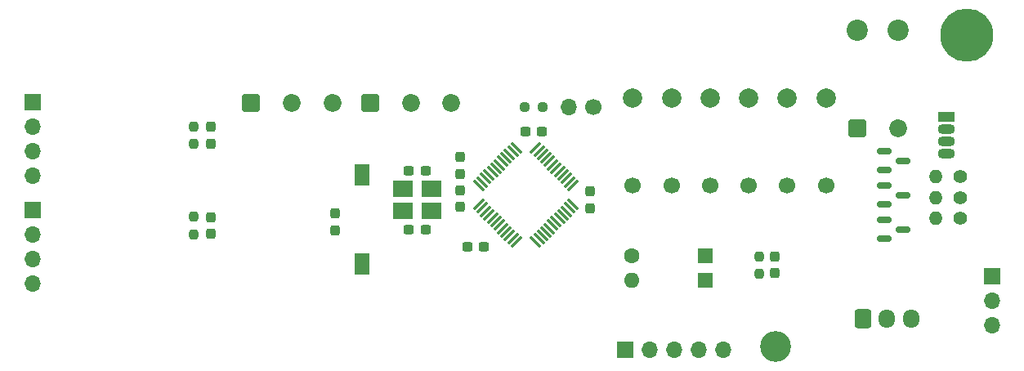
<source format=gts>
G04 #@! TF.GenerationSoftware,KiCad,Pcbnew,(6.0.2)*
G04 #@! TF.CreationDate,2022-03-23T19:36:03+01:00*
G04 #@! TF.ProjectId,ProjectTamiya_TX,50726f6a-6563-4745-9461-6d6979615f54,rev?*
G04 #@! TF.SameCoordinates,PX3750280PY4f27ac0*
G04 #@! TF.FileFunction,Soldermask,Top*
G04 #@! TF.FilePolarity,Negative*
%FSLAX46Y46*%
G04 Gerber Fmt 4.6, Leading zero omitted, Abs format (unit mm)*
G04 Created by KiCad (PCBNEW (6.0.2)) date 2022-03-23 19:36:03*
%MOMM*%
%LPD*%
G01*
G04 APERTURE LIST*
G04 Aperture macros list*
%AMRoundRect*
0 Rectangle with rounded corners*
0 $1 Rounding radius*
0 $2 $3 $4 $5 $6 $7 $8 $9 X,Y pos of 4 corners*
0 Add a 4 corners polygon primitive as box body*
4,1,4,$2,$3,$4,$5,$6,$7,$8,$9,$2,$3,0*
0 Add four circle primitives for the rounded corners*
1,1,$1+$1,$2,$3*
1,1,$1+$1,$4,$5*
1,1,$1+$1,$6,$7*
1,1,$1+$1,$8,$9*
0 Add four rect primitives between the rounded corners*
20,1,$1+$1,$2,$3,$4,$5,0*
20,1,$1+$1,$4,$5,$6,$7,0*
20,1,$1+$1,$6,$7,$8,$9,0*
20,1,$1+$1,$8,$9,$2,$3,0*%
G04 Aperture macros list end*
%ADD10C,5.500000*%
%ADD11R,1.700000X1.700000*%
%ADD12O,1.700000X1.700000*%
%ADD13RoundRect,0.237500X-0.237500X0.250000X-0.237500X-0.250000X0.237500X-0.250000X0.237500X0.250000X0*%
%ADD14RoundRect,0.237500X0.237500X-0.250000X0.237500X0.250000X-0.237500X0.250000X-0.237500X-0.250000X0*%
%ADD15R,1.600000X2.180000*%
%ADD16RoundRect,0.237500X-0.300000X-0.237500X0.300000X-0.237500X0.300000X0.237500X-0.300000X0.237500X0*%
%ADD17RoundRect,0.237500X-0.237500X0.300000X-0.237500X-0.300000X0.237500X-0.300000X0.237500X0.300000X0*%
%ADD18RoundRect,0.237500X0.300000X0.237500X-0.300000X0.237500X-0.300000X-0.237500X0.300000X-0.237500X0*%
%ADD19C,1.400000*%
%ADD20O,1.400000X1.400000*%
%ADD21RoundRect,0.075000X-0.415425X-0.521491X0.521491X0.415425X0.415425X0.521491X-0.521491X-0.415425X0*%
%ADD22RoundRect,0.075000X0.415425X-0.521491X0.521491X-0.415425X-0.415425X0.521491X-0.521491X0.415425X0*%
%ADD23RoundRect,0.250000X-0.675000X-0.675000X0.675000X-0.675000X0.675000X0.675000X-0.675000X0.675000X0*%
%ADD24C,1.850000*%
%ADD25RoundRect,0.250000X-0.600000X-0.725000X0.600000X-0.725000X0.600000X0.725000X-0.600000X0.725000X0*%
%ADD26O,1.700000X1.950000*%
%ADD27C,1.700000*%
%ADD28C,3.200000*%
%ADD29RoundRect,0.150000X-0.587500X-0.150000X0.587500X-0.150000X0.587500X0.150000X-0.587500X0.150000X0*%
%ADD30R,2.100000X1.800000*%
%ADD31RoundRect,0.237500X-0.250000X-0.237500X0.250000X-0.237500X0.250000X0.237500X-0.250000X0.237500X0*%
%ADD32RoundRect,0.237500X0.237500X-0.300000X0.237500X0.300000X-0.237500X0.300000X-0.237500X-0.300000X0*%
%ADD33C,1.600000*%
%ADD34O,1.600000X1.600000*%
%ADD35R,1.600000X1.600000*%
%ADD36RoundRect,0.237500X0.237500X-0.287500X0.237500X0.287500X-0.237500X0.287500X-0.237500X-0.287500X0*%
%ADD37R,1.800000X1.070000*%
%ADD38O,1.800000X1.070000*%
%ADD39C,2.000000*%
%ADD40C,2.200000*%
G04 APERTURE END LIST*
D10*
X101250000Y34750000D03*
D11*
X4427000Y16696000D03*
D12*
X4427000Y14156000D03*
X4427000Y11616000D03*
X4427000Y9076000D03*
D13*
X21097500Y15991000D03*
X21097500Y14166000D03*
D14*
X79668000Y10055000D03*
X79668000Y11880000D03*
D11*
X65830000Y2228000D03*
D12*
X68370000Y2228000D03*
X70910000Y2228000D03*
X73450000Y2228000D03*
X75990000Y2228000D03*
D15*
X38520000Y11100000D03*
X38520000Y20280000D03*
D16*
X55464000Y24834000D03*
X57189000Y24834000D03*
D17*
X22875500Y15944000D03*
X22875500Y14219000D03*
D18*
X51167000Y12896000D03*
X49442000Y12896000D03*
D19*
X100496000Y17976000D03*
D20*
X97956000Y17976000D03*
D19*
X100496000Y15817000D03*
D20*
X97956000Y15817000D03*
D21*
X50650124Y17231212D03*
X51003678Y16877658D03*
X51357231Y16524105D03*
X51710785Y16170551D03*
X52064338Y15816998D03*
X52417891Y15463445D03*
X52771445Y15109891D03*
X53124998Y14756338D03*
X53478551Y14402785D03*
X53832105Y14049231D03*
X54185658Y13695678D03*
X54539212Y13342124D03*
D22*
X56536788Y13342124D03*
X56890342Y13695678D03*
X57243895Y14049231D03*
X57597449Y14402785D03*
X57951002Y14756338D03*
X58304555Y15109891D03*
X58658109Y15463445D03*
X59011662Y15816998D03*
X59365215Y16170551D03*
X59718769Y16524105D03*
X60072322Y16877658D03*
X60425876Y17231212D03*
D21*
X60425876Y19228788D03*
X60072322Y19582342D03*
X59718769Y19935895D03*
X59365215Y20289449D03*
X59011662Y20643002D03*
X58658109Y20996555D03*
X58304555Y21350109D03*
X57951002Y21703662D03*
X57597449Y22057215D03*
X57243895Y22410769D03*
X56890342Y22764322D03*
X56536788Y23117876D03*
D22*
X54539212Y23117876D03*
X54185658Y22764322D03*
X53832105Y22410769D03*
X53478551Y22057215D03*
X53124998Y21703662D03*
X52771445Y21350109D03*
X52417891Y20996555D03*
X52064338Y20643002D03*
X51710785Y20289449D03*
X51357231Y19935895D03*
X51003678Y19582342D03*
X50650124Y19228788D03*
D23*
X39400000Y27755000D03*
D24*
X43600000Y27755000D03*
X47800000Y27755000D03*
D25*
X90416000Y5424000D03*
D26*
X92916000Y5424000D03*
X95416000Y5424000D03*
D27*
X62546500Y27374000D03*
D12*
X60006500Y27374000D03*
D28*
X81400000Y2500000D03*
D17*
X62142000Y18584500D03*
X62142000Y16859500D03*
D18*
X45124000Y14674000D03*
X43399000Y14674000D03*
D29*
X92700500Y15624000D03*
X92700500Y13724000D03*
X94575500Y14674000D03*
D23*
X27072000Y27755000D03*
D24*
X31272000Y27755000D03*
X35472000Y27755000D03*
D16*
X43399000Y20770000D03*
X45124000Y20770000D03*
D19*
X100496000Y20135000D03*
D20*
X97956000Y20135000D03*
D30*
X42811500Y16572000D03*
X45711500Y16572000D03*
X45711500Y18872000D03*
X42811500Y18872000D03*
D29*
X92700500Y19180000D03*
X92700500Y17280000D03*
X94575500Y18230000D03*
D31*
X55411000Y27374000D03*
X57236000Y27374000D03*
D32*
X48680000Y20415500D03*
X48680000Y22140500D03*
D14*
X21121000Y23517000D03*
X21121000Y25342000D03*
D32*
X48680000Y17013000D03*
X48680000Y18738000D03*
D33*
X66502500Y11885000D03*
D34*
X66502500Y9345000D03*
D35*
X74122500Y9345000D03*
X74122500Y11885000D03*
D32*
X22899000Y23564000D03*
X22899000Y25289000D03*
X35726000Y14573500D03*
X35726000Y16298500D03*
D36*
X81319000Y10130000D03*
X81319000Y11880000D03*
D29*
X92700500Y22736000D03*
X92700500Y20836000D03*
X94575500Y21786000D03*
D11*
X4427000Y27872000D03*
D12*
X4427000Y25332000D03*
X4427000Y22792000D03*
X4427000Y20252000D03*
D11*
X103798000Y9833000D03*
D12*
X103798000Y7293000D03*
X103798000Y4753000D03*
D37*
X99100000Y26310000D03*
D38*
X99100000Y25040000D03*
X99100000Y23770000D03*
X99100000Y22500000D03*
D39*
X74620000Y28243000D03*
X86620000Y28243000D03*
X66620000Y28243000D03*
X78620000Y28243000D03*
X82620000Y28243000D03*
X70620000Y28243000D03*
D27*
X66620000Y19243000D03*
X70620000Y19243000D03*
X74620000Y19243000D03*
X78620000Y19243000D03*
X82620000Y19243000D03*
X86620000Y19243000D03*
D40*
X94087000Y35305000D03*
X89887000Y35305000D03*
D23*
X89887000Y25105000D03*
D24*
X94087000Y25105000D03*
M02*

</source>
